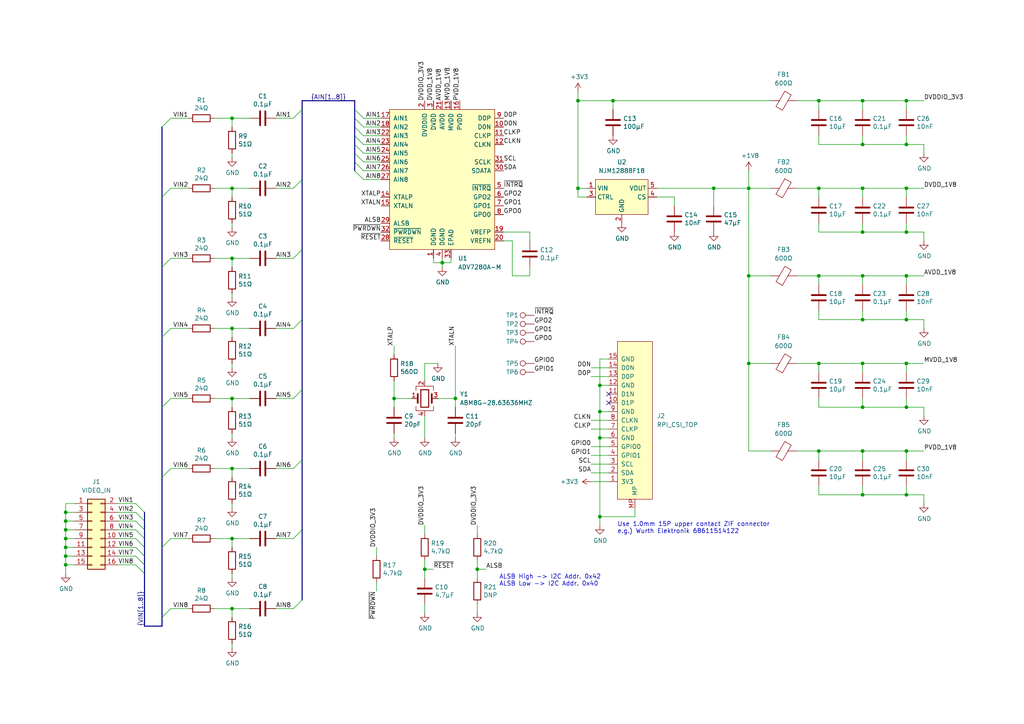
<source format=kicad_sch>
(kicad_sch (version 20211123) (generator eeschema)
  (paper "A4")
  (lib_symbols
    (symbol "ADV7280A-M:ADV7280A-M" (pin_names (offset 1.016))
      (property "Reference" "U" (at -13.97 -21.59 0))
      (property "Value" "ADV7280A-M" (at 11.43 -21.59 0))
      (symbol "ADV7280A-M_1_1"
        (pin passive line (at -2.54 -22.86 90) (length 2.54) (name "DGND") (number "1"))
        (pin passive line (at 17.78 15.24 180) (length 2.54) (name "D0N") (number "10"))
        (pin passive line (at 17.78 12.7 180) (length 2.54) (name "CLKP") (number "11"))
        (pin passive line (at 17.78 10.16 180) (length 2.54) (name "CLKN") (number "12"))
        (pin passive line (at 2.54 22.86 270) (length 2.54) (name "MVDD") (number "13"))
        (pin passive line (at -17.78 -5.08 0) (length 2.54) (name "XTALP") (number "14"))
        (pin passive line (at -17.78 -7.62 0) (length 2.54) (name "XTALN") (number "15"))
        (pin passive line (at 5.08 22.86 270) (length 2.54) (name "PVDD") (number "16"))
        (pin passive line (at -17.78 17.78 0) (length 2.54) (name "AIN1") (number "17"))
        (pin passive line (at -17.78 15.24 0) (length 2.54) (name "AIN2") (number "18"))
        (pin passive line (at 17.78 -15.24 180) (length 2.54) (name "VREFP") (number "19"))
        (pin passive line (at -5.08 22.86 270) (length 2.54) (name "DVDDIO") (number "2"))
        (pin passive line (at 17.78 -17.78 180) (length 2.54) (name "VREFN") (number "20"))
        (pin passive line (at 0 22.86 270) (length 2.54) (name "AVDD") (number "21"))
        (pin passive line (at -17.78 12.7 0) (length 2.54) (name "AIN3") (number "22"))
        (pin passive line (at -17.78 10.16 0) (length 2.54) (name "AIN4") (number "23"))
        (pin passive line (at -17.78 7.62 0) (length 2.54) (name "AIN5") (number "24"))
        (pin passive line (at -17.78 5.08 0) (length 2.54) (name "AIN6") (number "25"))
        (pin passive line (at -17.78 2.54 0) (length 2.54) (name "AIN7") (number "26"))
        (pin passive line (at -17.78 0 0) (length 2.54) (name "AIN8") (number "27"))
        (pin passive line (at -17.78 -17.78 0) (length 2.54) (name "~{RESET}") (number "28"))
        (pin passive line (at -17.78 -12.7 0) (length 2.54) (name "ALSB") (number "29"))
        (pin passive line (at -2.54 22.86 270) (length 2.54) (name "DVDD") (number "3"))
        (pin passive line (at 17.78 2.54 180) (length 2.54) (name "SDATA") (number "30"))
        (pin passive line (at 17.78 5.08 180) (length 2.54) (name "SCLK") (number "31"))
        (pin passive line (at -17.78 -15.24 0) (length 2.54) (name "~{PWRDWN}") (number "32"))
        (pin passive line (at 2.54 -22.86 90) (length 2.54) (name "EPAD") (number "33"))
        (pin passive line (at 0 -22.86 90) (length 2.54) (name "DGND") (number "4"))
        (pin passive line (at 17.78 -2.54 180) (length 2.54) (name "~{INTRQ}") (number "5"))
        (pin passive line (at 17.78 -5.08 180) (length 2.54) (name "GPO2") (number "6"))
        (pin passive line (at 17.78 -7.62 180) (length 2.54) (name "GPO1") (number "7"))
        (pin passive line (at 17.78 -10.16 180) (length 2.54) (name "GPO0") (number "8"))
        (pin passive line (at 17.78 17.78 180) (length 2.54) (name "D0P") (number "9"))
      )
    )
    (symbol "Connector:TestPoint" (pin_numbers hide) (pin_names (offset 0.762) hide)
      (property "Reference" "TP" (at 0 6.858 0))
      (property "Value" "TestPoint" (at 0 5.08 0))
      (symbol "TestPoint_1_1"
        (pin passive line (at 0 0 90) (length 2.54) (name "1") (number "1"))
      )
    )
    (symbol "Connector_Generic:Conn_02x08_Odd_Even" (pin_names (offset 1.016) hide)
      (property "Reference" "J" (at 1.27 10.16 0))
      (property "Value" "Conn_02x08_Odd_Even" (at 1.27 -12.7 0))
      (symbol "Conn_02x08_Odd_Even_1_1"
        (pin passive line (at -5.08 7.62 0) (length 3.81) (name "Pin_1") (number "1"))
        (pin passive line (at 7.62 -2.54 180) (length 3.81) (name "Pin_10") (number "10"))
        (pin passive line (at -5.08 -5.08 0) (length 3.81) (name "Pin_11") (number "11"))
        (pin passive line (at 7.62 -5.08 180) (length 3.81) (name "Pin_12") (number "12"))
        (pin passive line (at -5.08 -7.62 0) (length 3.81) (name "Pin_13") (number "13"))
        (pin passive line (at 7.62 -7.62 180) (length 3.81) (name "Pin_14") (number "14"))
        (pin passive line (at -5.08 -10.16 0) (length 3.81) (name "Pin_15") (number "15"))
        (pin passive line (at 7.62 -10.16 180) (length 3.81) (name "Pin_16") (number "16"))
        (pin passive line (at 7.62 7.62 180) (length 3.81) (name "Pin_2") (number "2"))
        (pin passive line (at -5.08 5.08 0) (length 3.81) (name "Pin_3") (number "3"))
        (pin passive line (at 7.62 5.08 180) (length 3.81) (name "Pin_4") (number "4"))
        (pin passive line (at -5.08 2.54 0) (length 3.81) (name "Pin_5") (number "5"))
        (pin passive line (at 7.62 2.54 180) (length 3.81) (name "Pin_6") (number "6"))
        (pin passive line (at -5.08 0 0) (length 3.81) (name "Pin_7") (number "7"))
        (pin passive line (at 7.62 0 180) (length 3.81) (name "Pin_8") (number "8"))
        (pin passive line (at -5.08 -2.54 0) (length 3.81) (name "Pin_9") (number "9"))
      )
    )
    (symbol "Device:C" (pin_numbers hide) (pin_names (offset 0.254))
      (property "Reference" "C" (at 0.635 2.54 0))
      (property "Value" "C" (at 0.635 -2.54 0))
      (symbol "C_1_1"
        (pin passive line (at 0 3.81 270) (length 2.794) (name "~") (number "1"))
        (pin passive line (at 0 -3.81 90) (length 2.794) (name "~") (number "2"))
      )
    )
    (symbol "Device:Crystal_GND24" (pin_names (offset 1.016) hide)
      (property "Reference" "Y" (at 3.175 5.08 0))
      (property "Value" "Crystal_GND24" (at 3.175 3.175 0))
      (symbol "Crystal_GND24_1_1"
        (pin passive line (at -3.81 0 0) (length 1.27) (name "1") (number "1"))
        (pin passive line (at 0 5.08 270) (length 1.27) (name "2") (number "2"))
        (pin passive line (at 3.81 0 180) (length 1.27) (name "3") (number "3"))
        (pin passive line (at 0 -5.08 90) (length 1.27) (name "4") (number "4"))
      )
    )
    (symbol "Device:FerriteBead" (pin_numbers hide) (pin_names (offset 0))
      (property "Reference" "FB" (at -3.81 0.635 90))
      (property "Value" "FerriteBead" (at 3.81 0 90))
      (symbol "FerriteBead_1_1"
        (pin passive line (at 0 3.81 270) (length 2.54) (name "~") (number "1"))
        (pin passive line (at 0 -3.81 90) (length 2.54) (name "~") (number "2"))
      )
    )
    (symbol "Device:R" (pin_numbers hide) (pin_names (offset 0))
      (property "Reference" "R" (at 2.032 0 90))
      (property "Value" "R" (at 0 0 90))
      (symbol "R_1_1"
        (pin passive line (at 0 3.81 270) (length 1.27) (name "~") (number "1"))
        (pin passive line (at 0 -3.81 90) (length 1.27) (name "~") (number "2"))
      )
    )
    (symbol "NJM12888F18:NJM12888F18"
      (property "Reference" "U" (at 0 8.89 0))
      (property "Value" "NJM12888F18" (at 0 6.35 0))
      (symbol "NJM12888F18_1_1"
        (pin power_in line (at -10.16 2.54 0) (length 2.54) (name "VIN") (number "1"))
        (pin power_in line (at 0 -7.62 90) (length 2.54) (name "GND") (number "2"))
        (pin input line (at -10.16 0 0) (length 2.54) (name "CTRL") (number "3"))
        (pin passive line (at 10.16 0 180) (length 2.54) (name "CS") (number "4"))
        (pin power_out line (at 10.16 2.54 180) (length 2.54) (name "VOUT") (number "5"))
      )
    )
    (symbol "RPI_CSI_CONN:RPI_CSI_TOP" (pin_names (offset 1.016))
      (property "Reference" "J" (at -6.35 26.67 0))
      (property "Value" "RPI_CSI_TOP" (at 0 24.13 0))
      (symbol "RPI_CSI_TOP_1_1"
        (pin passive line (at -7.62 -17.78 0) (length 2.54) (name "3V3") (number "1"))
        (pin passive line (at -7.62 5.08 0) (length 2.54) (name "D1P") (number "10"))
        (pin passive line (at -7.62 7.62 0) (length 2.54) (name "D1N") (number "11"))
        (pin passive line (at -7.62 10.16 0) (length 2.54) (name "GND") (number "12"))
        (pin passive line (at -7.62 12.7 0) (length 2.54) (name "D0P") (number "13"))
        (pin passive line (at -7.62 15.24 0) (length 2.54) (name "D0N") (number "14"))
        (pin passive line (at -7.62 17.78 0) (length 2.54) (name "GND") (number "15"))
        (pin passive line (at -7.62 -15.24 0) (length 2.54) (name "SDA") (number "2"))
        (pin passive line (at -7.62 -12.7 0) (length 2.54) (name "SCL") (number "3"))
        (pin passive line (at -7.62 -10.16 0) (length 2.54) (name "GPIO1") (number "4"))
        (pin passive line (at -7.62 -7.62 0) (length 2.54) (name "GPIO0") (number "5"))
        (pin passive line (at -7.62 -5.08 0) (length 2.54) (name "GND") (number "6"))
        (pin passive line (at -7.62 -2.54 0) (length 2.54) (name "CLKP") (number "7"))
        (pin passive line (at -7.62 0 0) (length 2.54) (name "CLKN") (number "8"))
        (pin passive line (at -7.62 2.54 0) (length 2.54) (name "GND") (number "9"))
        (pin passive line (at 0 -25.4 90) (length 2.54) (name "MP") (number "MP"))
      )
    )
    (symbol "power:+1V8" (power) (pin_names (offset 0))
      (property "Value" "+1V8" (at 0 3.556 0))
      (symbol "+1V8_1_1"
        (pin power_in line (at 0 0 90) (length 0) hide (name "+1V8") (number "1"))
      )
    )
    (symbol "power:+3V3" (power) (pin_names (offset 0))
      (property "Value" "+3V3" (at 0 3.556 0))
      (symbol "+3V3_1_1"
        (pin power_in line (at 0 0 90) (length 0) hide (name "+3V3") (number "1"))
      )
    )
    (symbol "power:GND" (power) (pin_names (offset 0))
      (property "Value" "GND" (at 0 -3.81 0))
      (symbol "GND_1_1"
        (pin power_in line (at 0 0 270) (length 0) hide (name "GND") (number "1"))
      )
    )
    (symbol "power:PWR_FLAG" (power) (pin_numbers hide) (pin_names (offset 0) hide)
      (property "Value" "PWR_FLAG" (at 0 3.81 0))
      (symbol "PWR_FLAG_0_0"
        (pin power_out line (at 0 0 90) (length 0) (name "pwr") (number "1"))
      )
    )
  )
  (junction (at 262.89 118.11))
  (junction (at 250.19 92.71))
  (junction (at 67.31 54.61))
  (junction (at 262.89 41.91))
  (junction (at 67.31 115.57))
  (junction (at 250.19 80.01))
  (junction (at 262.89 105.41))
  (junction (at 262.89 67.31))
  (junction (at 217.17 105.41))
  (junction (at 173.99 119.38))
  (junction (at 237.49 29.21))
  (junction (at 132.08 115.57))
  (junction (at 237.49 80.01))
  (junction (at 250.19 54.61))
  (junction (at 250.19 67.31))
  (junction (at 19.05 148.59))
  (junction (at 250.19 118.11))
  (junction (at 19.05 156.21))
  (junction (at 167.64 54.61))
  (junction (at 114.3 115.57))
  (junction (at 250.19 105.41))
  (junction (at 262.89 29.21))
  (junction (at 67.31 34.29))
  (junction (at 250.19 41.91))
  (junction (at 177.8 29.21))
  (junction (at 262.89 143.51))
  (junction (at 217.17 54.61))
  (junction (at 250.19 143.51))
  (junction (at 173.99 111.76))
  (junction (at 262.89 92.71))
  (junction (at 67.31 176.53))
  (junction (at 237.49 130.81))
  (junction (at 19.05 153.67))
  (junction (at 19.05 161.29))
  (junction (at 19.05 151.13))
  (junction (at 67.31 74.93))
  (junction (at 250.19 29.21))
  (junction (at 19.05 158.75))
  (junction (at 19.05 163.83))
  (junction (at 173.99 127))
  (junction (at 167.64 29.21))
  (junction (at 67.31 135.89))
  (junction (at 217.17 80.01))
  (junction (at 173.99 149.86))
  (junction (at 250.19 130.81))
  (junction (at 237.49 54.61))
  (junction (at 262.89 80.01))
  (junction (at 262.89 130.81))
  (junction (at 237.49 105.41))
  (junction (at 128.27 76.2))
  (junction (at 207.01 54.61))
  (junction (at 262.89 54.61))
  (junction (at 123.19 165.1))
  (junction (at 67.31 95.25))
  (junction (at 67.31 156.21))
  (junction (at 138.43 165.1))
  (no_connect (at 176.53 114.3))
  (no_connect (at 176.53 116.84))
  (bus_entry (at 85.09 135.89) (size 2.54 -2.54))
  (bus_entry (at 85.09 156.21) (size 2.54 -2.54))
  (bus_entry (at 85.09 74.93) (size 2.54 -2.54))
  (bus_entry (at 49.53 74.93) (size -2.54 2.54))
  (bus_entry (at 85.09 176.53) (size 2.54 -2.54))
  (bus_entry (at 49.53 95.25) (size -2.54 2.54))
  (bus_entry (at 49.53 176.53) (size -2.54 2.54))
  (bus_entry (at 85.09 115.57) (size 2.54 -2.54))
  (bus_entry (at 49.53 115.57) (size -2.54 2.54))
  (bus_entry (at 85.09 95.25) (size 2.54 -2.54))
  (bus_entry (at 49.53 135.89) (size -2.54 2.54))
  (bus_entry (at 39.37 163.83) (size 2.54 2.54))
  (bus_entry (at 39.37 158.75) (size 2.54 2.54))
  (bus_entry (at 39.37 161.29) (size 2.54 2.54))
  (bus_entry (at 39.37 156.21) (size 2.54 2.54))
  (bus_entry (at 39.37 153.67) (size 2.54 2.54))
  (bus_entry (at 39.37 148.59) (size 2.54 2.54))
  (bus_entry (at 39.37 151.13) (size 2.54 2.54))
  (bus_entry (at 39.37 146.05) (size 2.54 2.54))
  (bus_entry (at 85.09 54.61) (size 2.54 -2.54))
  (bus_entry (at 49.53 54.61) (size -2.54 2.54))
  (bus_entry (at 49.53 34.29) (size -2.54 2.54))
  (bus_entry (at 85.09 34.29) (size 2.54 -2.54))
  (bus_entry (at 49.53 156.21) (size -2.54 2.54))
  (bus_entry (at 102.87 39.37) (size 2.54 2.54))
  (bus_entry (at 102.87 36.83) (size 2.54 2.54))
  (bus_entry (at 102.87 34.29) (size 2.54 2.54))
  (bus_entry (at 102.87 31.75) (size 2.54 2.54))
  (bus_entry (at 102.87 46.99) (size 2.54 2.54))
  (bus_entry (at 102.87 41.91) (size 2.54 2.54))
  (bus_entry (at 102.87 44.45) (size 2.54 2.54))
  (bus_entry (at 102.87 49.53) (size 2.54 2.54))
  (wire (pts (xy 123.19 165.1) (xy 125.73 165.1)))
  (bus (pts (xy 87.63 29.21) (xy 87.63 31.75)))
  (wire (pts (xy 237.49 39.37) (xy 237.49 41.91)))
  (wire (pts (xy 21.59 146.05) (xy 19.05 146.05)))
  (wire (pts (xy 167.64 26.67) (xy 167.64 29.21)))
  (wire (pts (xy 250.19 130.81) (xy 250.19 133.35)))
  (wire (pts (xy 170.18 57.15) (xy 167.64 57.15)))
  (wire (pts (xy 250.19 67.31) (xy 262.89 67.31)))
  (wire (pts (xy 267.97 54.61) (xy 262.89 54.61)))
  (wire (pts (xy 250.19 39.37) (xy 250.19 41.91)))
  (wire (pts (xy 105.41 34.29) (xy 110.49 34.29)))
  (wire (pts (xy 19.05 146.05) (xy 19.05 148.59)))
  (wire (pts (xy 177.8 29.21) (xy 223.52 29.21)))
  (wire (pts (xy 114.3 125.73) (xy 114.3 127)))
  (wire (pts (xy 217.17 49.53) (xy 217.17 54.61)))
  (wire (pts (xy 67.31 54.61) (xy 72.39 54.61)))
  (wire (pts (xy 262.89 54.61) (xy 262.89 57.15)))
  (wire (pts (xy 217.17 80.01) (xy 223.52 80.01)))
  (wire (pts (xy 231.14 80.01) (xy 237.49 80.01)))
  (wire (pts (xy 62.23 74.93) (xy 67.31 74.93)))
  (wire (pts (xy 262.89 92.71) (xy 267.97 92.71)))
  (wire (pts (xy 105.41 52.07) (xy 110.49 52.07)))
  (wire (pts (xy 176.53 127) (xy 173.99 127)))
  (wire (pts (xy 262.89 29.21) (xy 262.89 31.75)))
  (wire (pts (xy 190.5 57.15) (xy 195.58 57.15)))
  (wire (pts (xy 67.31 85.09) (xy 67.31 86.36)))
  (wire (pts (xy 250.19 54.61) (xy 250.19 57.15)))
  (wire (pts (xy 123.19 105.41) (xy 123.19 110.49)))
  (wire (pts (xy 171.45 121.92) (xy 176.53 121.92)))
  (wire (pts (xy 19.05 161.29) (xy 19.05 163.83)))
  (wire (pts (xy 262.89 105.41) (xy 262.89 107.95)))
  (wire (pts (xy 67.31 44.45) (xy 67.31 45.72)))
  (wire (pts (xy 34.29 151.13) (xy 39.37 151.13)))
  (wire (pts (xy 262.89 41.91) (xy 267.97 41.91)))
  (wire (pts (xy 67.31 34.29) (xy 72.39 34.29)))
  (wire (pts (xy 80.01 74.93) (xy 85.09 74.93)))
  (wire (pts (xy 67.31 135.89) (xy 72.39 135.89)))
  (wire (pts (xy 67.31 176.53) (xy 72.39 176.53)))
  (wire (pts (xy 138.43 162.56) (xy 138.43 165.1)))
  (bus (pts (xy 87.63 92.71) (xy 87.63 113.03)))
  (bus (pts (xy 41.91 161.29) (xy 41.91 163.83)))
  (wire (pts (xy 217.17 54.61) (xy 223.52 54.61)))
  (bus (pts (xy 41.91 166.37) (xy 41.91 181.61)))
  (wire (pts (xy 138.43 152.4) (xy 138.43 154.94)))
  (wire (pts (xy 237.49 90.17) (xy 237.49 92.71)))
  (wire (pts (xy 123.19 162.56) (xy 123.19 165.1)))
  (wire (pts (xy 217.17 80.01) (xy 217.17 105.41)))
  (wire (pts (xy 250.19 130.81) (xy 237.49 130.81)))
  (bus (pts (xy 41.91 156.21) (xy 41.91 158.75)))
  (wire (pts (xy 237.49 67.31) (xy 250.19 67.31)))
  (wire (pts (xy 267.97 130.81) (xy 262.89 130.81)))
  (wire (pts (xy 67.31 64.77) (xy 67.31 66.04)))
  (wire (pts (xy 237.49 115.57) (xy 237.49 118.11)))
  (wire (pts (xy 171.45 129.54) (xy 176.53 129.54)))
  (wire (pts (xy 105.41 39.37) (xy 110.49 39.37)))
  (wire (pts (xy 67.31 156.21) (xy 72.39 156.21)))
  (wire (pts (xy 80.01 54.61) (xy 85.09 54.61)))
  (wire (pts (xy 123.19 120.65) (xy 123.19 127)))
  (wire (pts (xy 132.08 115.57) (xy 132.08 118.11)))
  (bus (pts (xy 102.87 44.45) (xy 102.87 41.91)))
  (wire (pts (xy 19.05 148.59) (xy 19.05 151.13)))
  (wire (pts (xy 123.19 175.26) (xy 123.19 177.8)))
  (wire (pts (xy 237.49 118.11) (xy 250.19 118.11)))
  (wire (pts (xy 67.31 158.75) (xy 67.31 156.21)))
  (wire (pts (xy 146.05 69.85) (xy 148.59 69.85)))
  (bus (pts (xy 87.63 72.39) (xy 87.63 92.71)))
  (wire (pts (xy 237.49 105.41) (xy 237.49 107.95)))
  (wire (pts (xy 267.97 105.41) (xy 262.89 105.41)))
  (wire (pts (xy 173.99 149.86) (xy 173.99 152.4)))
  (wire (pts (xy 262.89 118.11) (xy 267.97 118.11)))
  (wire (pts (xy 250.19 143.51) (xy 262.89 143.51)))
  (bus (pts (xy 102.87 39.37) (xy 102.87 36.83)))
  (wire (pts (xy 62.23 34.29) (xy 67.31 34.29)))
  (wire (pts (xy 184.15 149.86) (xy 184.15 147.32)))
  (wire (pts (xy 237.49 64.77) (xy 237.49 67.31)))
  (wire (pts (xy 114.3 115.57) (xy 114.3 118.11)))
  (wire (pts (xy 105.41 41.91) (xy 110.49 41.91)))
  (wire (pts (xy 109.22 171.45) (xy 109.22 168.91)))
  (wire (pts (xy 207.01 54.61) (xy 207.01 59.69)))
  (wire (pts (xy 167.64 29.21) (xy 177.8 29.21)))
  (wire (pts (xy 105.41 36.83) (xy 110.49 36.83)))
  (wire (pts (xy 262.89 67.31) (xy 267.97 67.31)))
  (wire (pts (xy 262.89 130.81) (xy 250.19 130.81)))
  (wire (pts (xy 148.59 80.01) (xy 153.67 80.01)))
  (wire (pts (xy 262.89 143.51) (xy 267.97 143.51)))
  (wire (pts (xy 80.01 34.29) (xy 85.09 34.29)))
  (wire (pts (xy 67.31 57.15) (xy 67.31 54.61)))
  (wire (pts (xy 171.45 132.08) (xy 176.53 132.08)))
  (wire (pts (xy 132.08 125.73) (xy 132.08 127)))
  (wire (pts (xy 262.89 140.97) (xy 262.89 143.51)))
  (wire (pts (xy 125.73 74.93) (xy 125.73 76.2)))
  (wire (pts (xy 267.97 143.51) (xy 267.97 146.05)))
  (wire (pts (xy 217.17 105.41) (xy 217.17 130.81)))
  (wire (pts (xy 250.19 115.57) (xy 250.19 118.11)))
  (wire (pts (xy 262.89 39.37) (xy 262.89 41.91)))
  (wire (pts (xy 171.45 106.68) (xy 176.53 106.68)))
  (wire (pts (xy 67.31 77.47) (xy 67.31 74.93)))
  (wire (pts (xy 173.99 127) (xy 173.99 149.86)))
  (wire (pts (xy 262.89 115.57) (xy 262.89 118.11)))
  (wire (pts (xy 49.53 156.21) (xy 54.61 156.21)))
  (wire (pts (xy 34.29 148.59) (xy 39.37 148.59)))
  (wire (pts (xy 67.31 36.83) (xy 67.31 34.29)))
  (wire (pts (xy 19.05 153.67) (xy 19.05 156.21)))
  (wire (pts (xy 49.53 74.93) (xy 54.61 74.93)))
  (wire (pts (xy 267.97 118.11) (xy 267.97 120.65)))
  (wire (pts (xy 62.23 176.53) (xy 67.31 176.53)))
  (wire (pts (xy 67.31 146.05) (xy 67.31 147.32)))
  (bus (pts (xy 87.63 31.75) (xy 87.63 52.07)))
  (wire (pts (xy 138.43 165.1) (xy 138.43 167.64)))
  (bus (pts (xy 102.87 41.91) (xy 102.87 39.37)))
  (wire (pts (xy 250.19 90.17) (xy 250.19 92.71)))
  (wire (pts (xy 67.31 74.93) (xy 72.39 74.93)))
  (wire (pts (xy 176.53 119.38) (xy 173.99 119.38)))
  (wire (pts (xy 67.31 115.57) (xy 72.39 115.57)))
  (wire (pts (xy 176.53 104.14) (xy 173.99 104.14)))
  (wire (pts (xy 49.53 176.53) (xy 54.61 176.53)))
  (wire (pts (xy 173.99 111.76) (xy 173.99 119.38)))
  (wire (pts (xy 62.23 135.89) (xy 67.31 135.89)))
  (bus (pts (xy 41.91 153.67) (xy 41.91 156.21)))
  (wire (pts (xy 49.53 135.89) (xy 54.61 135.89)))
  (wire (pts (xy 127 105.41) (xy 123.19 105.41)))
  (wire (pts (xy 80.01 156.21) (xy 85.09 156.21)))
  (wire (pts (xy 250.19 29.21) (xy 237.49 29.21)))
  (wire (pts (xy 237.49 80.01) (xy 237.49 82.55)))
  (wire (pts (xy 49.53 54.61) (xy 54.61 54.61)))
  (bus (pts (xy 46.99 158.75) (xy 46.99 179.07)))
  (wire (pts (xy 207.01 54.61) (xy 217.17 54.61)))
  (wire (pts (xy 34.29 146.05) (xy 39.37 146.05)))
  (wire (pts (xy 231.14 130.81) (xy 237.49 130.81)))
  (wire (pts (xy 80.01 115.57) (xy 85.09 115.57)))
  (wire (pts (xy 62.23 156.21) (xy 67.31 156.21)))
  (wire (pts (xy 21.59 161.29) (xy 19.05 161.29)))
  (wire (pts (xy 262.89 64.77) (xy 262.89 67.31)))
  (wire (pts (xy 67.31 179.07) (xy 67.31 176.53)))
  (bus (pts (xy 102.87 49.53) (xy 102.87 46.99)))
  (wire (pts (xy 250.19 29.21) (xy 250.19 31.75)))
  (wire (pts (xy 250.19 92.71) (xy 262.89 92.71)))
  (bus (pts (xy 87.63 52.07) (xy 87.63 72.39)))
  (wire (pts (xy 171.45 137.16) (xy 176.53 137.16)))
  (wire (pts (xy 237.49 92.71) (xy 250.19 92.71)))
  (wire (pts (xy 19.05 158.75) (xy 19.05 161.29)))
  (wire (pts (xy 262.89 105.41) (xy 250.19 105.41)))
  (wire (pts (xy 62.23 54.61) (xy 67.31 54.61)))
  (wire (pts (xy 262.89 80.01) (xy 250.19 80.01)))
  (wire (pts (xy 237.49 143.51) (xy 250.19 143.51)))
  (wire (pts (xy 250.19 140.97) (xy 250.19 143.51)))
  (wire (pts (xy 67.31 125.73) (xy 67.31 127)))
  (wire (pts (xy 128.27 76.2) (xy 128.27 77.47)))
  (wire (pts (xy 176.53 111.76) (xy 173.99 111.76)))
  (wire (pts (xy 123.19 165.1) (xy 123.19 167.64)))
  (wire (pts (xy 237.49 54.61) (xy 237.49 57.15)))
  (wire (pts (xy 21.59 156.21) (xy 19.05 156.21)))
  (wire (pts (xy 184.15 149.86) (xy 173.99 149.86)))
  (bus (pts (xy 46.99 36.83) (xy 46.99 57.15)))
  (wire (pts (xy 132.08 100.33) (xy 132.08 115.57)))
  (wire (pts (xy 67.31 95.25) (xy 72.39 95.25)))
  (wire (pts (xy 267.97 67.31) (xy 267.97 69.85)))
  (bus (pts (xy 46.99 179.07) (xy 46.99 181.61)))
  (wire (pts (xy 262.89 90.17) (xy 262.89 92.71)))
  (wire (pts (xy 267.97 80.01) (xy 262.89 80.01)))
  (wire (pts (xy 153.67 69.85) (xy 153.67 67.31)))
  (wire (pts (xy 176.53 139.7) (xy 171.45 139.7)))
  (wire (pts (xy 49.53 95.25) (xy 54.61 95.25)))
  (bus (pts (xy 46.99 77.47) (xy 46.99 97.79)))
  (wire (pts (xy 262.89 29.21) (xy 250.19 29.21)))
  (bus (pts (xy 41.91 163.83) (xy 41.91 166.37)))
  (wire (pts (xy 237.49 41.91) (xy 250.19 41.91)))
  (wire (pts (xy 49.53 34.29) (xy 54.61 34.29)))
  (wire (pts (xy 34.29 163.83) (xy 39.37 163.83)))
  (wire (pts (xy 138.43 165.1) (xy 140.97 165.1)))
  (wire (pts (xy 128.27 76.2) (xy 130.81 76.2)))
  (wire (pts (xy 237.49 130.81) (xy 237.49 133.35)))
  (wire (pts (xy 173.99 119.38) (xy 173.99 127)))
  (wire (pts (xy 80.01 135.89) (xy 85.09 135.89)))
  (bus (pts (xy 102.87 29.21) (xy 102.87 31.75)))
  (wire (pts (xy 231.14 54.61) (xy 237.49 54.61)))
  (wire (pts (xy 217.17 130.81) (xy 223.52 130.81)))
  (wire (pts (xy 148.59 69.85) (xy 148.59 80.01)))
  (wire (pts (xy 262.89 54.61) (xy 250.19 54.61)))
  (bus (pts (xy 46.99 138.43) (xy 46.99 158.75)))
  (wire (pts (xy 250.19 41.91) (xy 262.89 41.91)))
  (bus (pts (xy 46.99 118.11) (xy 46.99 138.43)))
  (wire (pts (xy 67.31 105.41) (xy 67.31 106.68)))
  (wire (pts (xy 167.64 29.21) (xy 167.64 54.61)))
  (bus (pts (xy 102.87 36.83) (xy 102.87 34.29)))
  (wire (pts (xy 171.45 134.62) (xy 176.53 134.62)))
  (wire (pts (xy 237.49 140.97) (xy 237.49 143.51)))
  (wire (pts (xy 173.99 104.14) (xy 173.99 111.76)))
  (wire (pts (xy 67.31 166.37) (xy 67.31 167.64)))
  (wire (pts (xy 177.8 29.21) (xy 177.8 31.75)))
  (wire (pts (xy 67.31 138.43) (xy 67.31 135.89)))
  (wire (pts (xy 114.3 100.33) (xy 114.3 102.87)))
  (wire (pts (xy 250.19 54.61) (xy 237.49 54.61)))
  (bus (pts (xy 102.87 34.29) (xy 102.87 31.75)))
  (wire (pts (xy 138.43 175.26) (xy 138.43 177.8)))
  (wire (pts (xy 19.05 163.83) (xy 19.05 166.37)))
  (wire (pts (xy 217.17 105.41) (xy 223.52 105.41)))
  (bus (pts (xy 41.91 181.61) (xy 46.99 181.61)))
  (wire (pts (xy 250.19 80.01) (xy 237.49 80.01)))
  (wire (pts (xy 153.67 80.01) (xy 153.67 77.47)))
  (bus (pts (xy 41.91 148.59) (xy 41.91 151.13)))
  (wire (pts (xy 128.27 74.93) (xy 128.27 76.2)))
  (wire (pts (xy 34.29 156.21) (xy 39.37 156.21)))
  (wire (pts (xy 250.19 105.41) (xy 250.19 107.95)))
  (bus (pts (xy 87.63 113.03) (xy 87.63 133.35)))
  (wire (pts (xy 125.73 76.2) (xy 128.27 76.2)))
  (wire (pts (xy 62.23 95.25) (xy 67.31 95.25)))
  (wire (pts (xy 250.19 80.01) (xy 250.19 82.55)))
  (wire (pts (xy 167.64 57.15) (xy 167.64 54.61)))
  (bus (pts (xy 87.63 29.21) (xy 102.87 29.21)))
  (wire (pts (xy 250.19 105.41) (xy 237.49 105.41)))
  (wire (pts (xy 250.19 118.11) (xy 262.89 118.11)))
  (wire (pts (xy 250.19 64.77) (xy 250.19 67.31)))
  (wire (pts (xy 19.05 151.13) (xy 19.05 153.67)))
  (wire (pts (xy 21.59 158.75) (xy 19.05 158.75)))
  (wire (pts (xy 105.41 44.45) (xy 110.49 44.45)))
  (wire (pts (xy 267.97 29.21) (xy 262.89 29.21)))
  (wire (pts (xy 127 115.57) (xy 132.08 115.57)))
  (wire (pts (xy 80.01 176.53) (xy 85.09 176.53)))
  (wire (pts (xy 262.89 80.01) (xy 262.89 82.55)))
  (wire (pts (xy 80.01 95.25) (xy 85.09 95.25)))
  (wire (pts (xy 67.31 186.69) (xy 67.31 187.96)))
  (wire (pts (xy 62.23 115.57) (xy 67.31 115.57)))
  (bus (pts (xy 46.99 97.79) (xy 46.99 118.11)))
  (wire (pts (xy 67.31 97.79) (xy 67.31 95.25)))
  (wire (pts (xy 190.5 54.61) (xy 207.01 54.61)))
  (wire (pts (xy 262.89 130.81) (xy 262.89 133.35)))
  (wire (pts (xy 49.53 115.57) (xy 54.61 115.57)))
  (wire (pts (xy 171.45 109.22) (xy 176.53 109.22)))
  (wire (pts (xy 114.3 115.57) (xy 119.38 115.57)))
  (wire (pts (xy 123.19 152.4) (xy 123.19 154.94)))
  (wire (pts (xy 167.64 54.61) (xy 170.18 54.61)))
  (wire (pts (xy 231.14 105.41) (xy 237.49 105.41)))
  (wire (pts (xy 34.29 158.75) (xy 39.37 158.75)))
  (wire (pts (xy 67.31 118.11) (xy 67.31 115.57)))
  (bus (pts (xy 102.87 46.99) (xy 102.87 44.45)))
  (bus (pts (xy 87.63 133.35) (xy 87.63 153.67)))
  (wire (pts (xy 105.41 46.99) (xy 110.49 46.99)))
  (bus (pts (xy 41.91 151.13) (xy 41.91 153.67)))
  (wire (pts (xy 237.49 29.21) (xy 237.49 31.75)))
  (wire (pts (xy 267.97 41.91) (xy 267.97 44.45)))
  (wire (pts (xy 130.81 76.2) (xy 130.81 74.93)))
  (wire (pts (xy 109.22 158.75) (xy 109.22 161.29)))
  (wire (pts (xy 171.45 124.46) (xy 176.53 124.46)))
  (wire (pts (xy 267.97 92.71) (xy 267.97 95.25)))
  (wire (pts (xy 34.29 153.67) (xy 39.37 153.67)))
  (wire (pts (xy 231.14 29.21) (xy 237.49 29.21)))
  (wire (pts (xy 19.05 156.21) (xy 19.05 158.75)))
  (wire (pts (xy 21.59 163.83) (xy 19.05 163.83)))
  (bus (pts (xy 46.99 57.15) (xy 46.99 77.47)))
  (bus (pts (xy 41.91 158.75) (xy 41.91 161.29)))
  (wire (pts (xy 114.3 110.49) (xy 114.3 115.57)))
  (wire (pts (xy 21.59 153.67) (xy 19.05 153.67)))
  (wire (pts (xy 21.59 151.13) (xy 19.05 151.13)))
  (wire (pts (xy 153.67 67.31) (xy 146.05 67.31)))
  (wire (pts (xy 105.41 49.53) (xy 110.49 49.53)))
  (bus (pts (xy 87.63 153.67) (xy 87.63 173.99)))
  (wire (pts (xy 34.29 161.29) (xy 39.37 161.29)))
  (wire (pts (xy 195.58 57.15) (xy 195.58 59.69)))
  (wire (pts (xy 217.17 54.61) (xy 217.17 80.01)))
  (wire (pts (xy 21.59 148.59) (xy 19.05 148.59)))
  (text "Use 1.0mm 15P upper contact ZIF connector\ne.g.) Wurth Elektronik 68611514122" (at 179.07 154.94 0) (effects (font (size 1.27 1.27)) (justify left bottom)))
  (text "ALSB High -> I2C Addr. 0x42\nALSB Low -> I2C Addr. 0x40" (at 144.78 170.18 0) (effects (font (size 1.27 1.27)) (justify left bottom)))
  (label "VIN2" (at 34.29 148.59 0))
  (label "AIN3" (at 110.49 39.37 180))
  (label "SDA" (at 146.05 49.53 0))
  (label "AIN5" (at 110.49 44.45 180))
  (label "ALSB" (at 140.97 165.1 0))
  (label "~{RESET}" (at 125.73 165.1 0))
  (label "GPIO1" (at 154.94 107.95 0))
  (label "AIN1" (at 110.49 34.29 180))
  (label "AVDD_1V8" (at 128.27 29.21 90))
  (label "D0N" (at 146.05 36.83 0))
  (label "SCL" (at 171.45 134.62 180))
  (label "VIN1" (at 54.61 34.29 180))
  (label "DVDD_1V8" (at 267.97 54.61 0))
  (label "ALSB" (at 110.49 64.77 180))
  (label "CLKP" (at 146.05 39.37 0))
  (label "VIN4" (at 54.61 95.25 180))
  (label "DVDDIO_3V3" (at 123.19 29.21 90))
  (label "GPO0" (at 146.05 62.23 0))
  (label "VIN6" (at 34.29 158.75 0))
  (label "VIN5" (at 54.61 115.57 180))
  (label "~{INTRQ}" (at 154.94 91.44 0))
  (label "CLKN" (at 146.05 41.91 0))
  (label "AIN2" (at 80.01 54.61 0))
  (label "GPO2" (at 146.05 57.15 0))
  (label "AVDD_1V8" (at 267.97 80.01 0))
  (label "DVDDIO_3V3" (at 138.43 152.4 90))
  (label "GPIO1" (at 171.45 132.08 180))
  (label "DVDDIO_3V3" (at 109.22 158.75 90))
  (label "VIN8" (at 34.29 163.83 0))
  (label "VIN6" (at 54.61 135.89 180))
  (label "MVDD_1V8" (at 267.97 105.41 0))
  (label "CLKN" (at 171.45 121.92 180))
  (label "~{RESET}" (at 110.49 69.85 180))
  (label "VIN3" (at 54.61 74.93 180))
  (label "~{PWRDWN}" (at 110.49 67.31 180))
  (label "GPIO0" (at 154.94 105.41 0))
  (label "VIN3" (at 34.29 151.13 0))
  (label "AIN3" (at 80.01 74.93 0))
  (label "GPO0" (at 154.94 99.06 0))
  (label "AIN2" (at 110.49 36.83 180))
  (label "VIN2" (at 54.61 54.61 180))
  (label "VIN8" (at 54.61 176.53 180))
  (label "SCL" (at 146.05 46.99 0))
  (label "AIN7" (at 80.01 156.21 0))
  (label "VIN5" (at 34.29 156.21 0))
  (label "VIN7" (at 34.29 161.29 0))
  (label "XTALN" (at 132.08 100.33 90))
  (label "AIN4" (at 110.49 41.91 180))
  (label "VIN4" (at 34.29 153.67 0))
  (label "AIN1" (at 80.01 34.29 0))
  (label "DVDDIO_3V3" (at 267.97 29.21 0))
  (label "CLKP" (at 171.45 124.46 180))
  (label "DVDDIO_3V3" (at 123.19 152.4 90))
  (label "XTALN" (at 110.49 59.69 180))
  (label "AIN4" (at 80.01 95.25 0))
  (label "PVDD_1V8" (at 267.97 130.81 0))
  (label "AIN6" (at 110.49 46.99 180))
  (label "AIN7" (at 110.49 49.53 180))
  (label "SDA" (at 171.45 137.16 180))
  (label "D0P" (at 146.05 34.29 0))
  (label "~{PWRDWN}" (at 109.22 171.45 270))
  (label "DVDD_1V8" (at 125.73 29.21 90))
  (label "MVDD_1V8" (at 130.81 29.21 90))
  (label "{VIN[1..8]}" (at 41.91 181.61 90))
  (label "VIN7" (at 54.61 156.21 180))
  (label "AIN8" (at 110.49 52.07 180))
  (label "XTALP" (at 114.3 100.33 90))
  (label "GPO1" (at 154.94 96.52 0))
  (label "GPO1" (at 146.05 59.69 0))
  (label "VIN1" (at 34.29 146.05 0))
  (label "AIN8" (at 80.01 176.53 0))
  (label "{AIN[1..8]}" (at 90.17 29.21 0))
  (label "D0N" (at 171.45 106.68 180))
  (label "PVDD_1V8" (at 133.35 29.21 90))
  (label "XTALP" (at 110.49 57.15 180))
  (label "~{INTRQ}" (at 146.05 54.61 0))
  (label "AIN5" (at 80.01 115.57 0))
  (label "GPIO0" (at 171.45 129.54 180))
  (label "GPO2" (at 154.94 93.98 0))
  (label "D0P" (at 171.45 109.22 180))
  (label "AIN6" (at 80.01 135.89 0))
  (symbol (lib_id "Device:Crystal_GND24") (at 123.19 115.57 0) (unit 1)
    (property "Reference" "Y1" (at 133.35 114.3 0) (effects (justify left)))
    (property "Value" "ABM8G-28.63636MHZ" (at 133.35 116.84 0) (effects (justify left)))
    (property "Footprint" "Crystal:Crystal_SMD_3225-4Pin_3.2x2.5mm" (effects hide))
  )
  (symbol (lib_id "Device:R") (at 138.43 158.75 180) (unit 1)
    (property "Reference" "R20" (at 140.208 157.5816 0) (effects (justify right)))
    (property "Value" "4.7kΩ" (at 140.208 159.893 0) (effects (justify right)))
    (property "Footprint" "Resistor_SMD:R_0402_1005Metric" (effects hide))
  )
  (symbol (lib_id "Device:R") (at 138.43 171.45 180) (unit 1)
    (property "Reference" "R21" (at 140.208 170.2816 0) (effects (justify right)))
    (property "Value" "DNP" (at 140.208 172.593 0) (effects (justify right)))
    (property "Footprint" "Resistor_SMD:R_0402_1005Metric" (effects hide))
  )
  (symbol (lib_id "power:GND") (at 138.43 177.8 0) (unit 1)
    (property "Reference" "#PWR016" (effects hide))
    (property "Value" "GND" (at 138.557 182.1942 0))
  )
  (symbol (lib_id "Device:R") (at 109.22 165.1 180) (unit 1)
    (property "Reference" "R17" (at 110.998 163.9316 0) (effects (justify right)))
    (property "Value" "4.7kΩ" (at 110.998 166.243 0) (effects (justify right)))
    (property "Footprint" "Resistor_SMD:R_0402_1005Metric" (effects hide))
  )
  (symbol (lib_id "Device:R") (at 123.19 158.75 180) (unit 1)
    (property "Reference" "R19" (at 124.968 157.5816 0) (effects (justify right)))
    (property "Value" "4.7kΩ" (at 124.968 159.893 0) (effects (justify right)))
    (property "Footprint" "Resistor_SMD:R_0402_1005Metric" (effects hide))
  )
  (symbol (lib_id "power:GND") (at 173.99 152.4 0) (unit 1)
    (property "Reference" "#PWR019" (effects hide))
    (property "Value" "GND" (at 174.117 156.7942 0))
  )
  (symbol (lib_id "Device:C") (at 123.19 171.45 0) (unit 1)
    (property "Reference" "C10" (at 126.111 170.2816 0) (effects (justify left)))
    (property "Value" "4.7μF" (at 126.111 172.593 0) (effects (justify left)))
    (property "Footprint" "Capacitor_SMD:C_0402_1005Metric" (effects hide))
  )
  (symbol (lib_id "power:GND") (at 123.19 177.8 0) (unit 1)
    (property "Reference" "#PWR012" (effects hide))
    (property "Value" "GND" (at 123.317 182.1942 0))
  )
  (symbol (lib_id "power:GND") (at 128.27 77.47 0) (unit 1)
    (property "Reference" "#PWR014" (effects hide))
    (property "Value" "GND" (at 128.397 81.8642 0))
  )
  (symbol (lib_id "power:+3V3") (at 171.45 139.7 90) (unit 1)
    (property "Reference" "#PWR018" (effects hide))
    (property "Value" "+3V3" (at 165.1 139.7 90))
  )
  (symbol (lib_id "Device:C") (at 76.2 34.29 270) (unit 1)
    (property "Reference" "C1" (at 76.2 27.8892 90))
    (property "Value" "0.1μF" (at 76.2 30.2006 90))
    (property "Footprint" "Capacitor_SMD:C_0402_1005Metric" (effects hide))
  )
  (symbol (lib_id "Device:R") (at 58.42 34.29 270) (unit 1)
    (property "Reference" "R1" (at 58.42 29.0322 90))
    (property "Value" "24Ω" (at 58.42 31.3436 90))
    (property "Footprint" "Resistor_SMD:R_0402_1005Metric" (effects hide))
  )
  (symbol (lib_id "Device:R") (at 67.31 40.64 180) (unit 1)
    (property "Reference" "R9" (at 69.088 39.4716 0) (effects (justify right)))
    (property "Value" "51Ω" (at 69.088 41.783 0) (effects (justify right)))
    (property "Footprint" "Resistor_SMD:R_0402_1005Metric" (effects hide))
  )
  (symbol (lib_id "Device:C") (at 250.19 35.56 0) (unit 1)
    (property "Reference" "C21" (at 253.111 34.3916 0) (effects (justify left)))
    (property "Value" "0.1μF" (at 253.111 36.703 0) (effects (justify left)))
    (property "Footprint" "Capacitor_SMD:C_0402_1005Metric" (effects hide))
  )
  (symbol (lib_id "Device:C") (at 262.89 35.56 0) (unit 1)
    (property "Reference" "C26" (at 265.811 34.3916 0) (effects (justify left)))
    (property "Value" "10nF" (at 265.811 36.703 0) (effects (justify left)))
    (property "Footprint" "Capacitor_SMD:C_0402_1005Metric" (effects hide))
  )
  (symbol (lib_id "power:GND") (at 267.97 44.45 0) (unit 1)
    (property "Reference" "#PWR025" (effects hide))
    (property "Value" "GND" (at 268.097 48.8442 0))
  )
  (symbol (lib_id "Device:C") (at 237.49 35.56 0) (unit 1)
    (property "Reference" "C16" (at 240.411 34.3916 0) (effects (justify left)))
    (property "Value" "10μF" (at 240.411 36.703 0) (effects (justify left)))
    (property "Footprint" "Capacitor_SMD:C_0402_1005Metric" (effects hide))
  )
  (symbol (lib_id "Device:C") (at 250.19 60.96 0) (unit 1)
    (property "Reference" "C22" (at 253.111 59.7916 0) (effects (justify left)))
    (property "Value" "0.1μF" (at 253.111 62.103 0) (effects (justify left)))
    (property "Footprint" "Capacitor_SMD:C_0402_1005Metric" (effects hide))
  )
  (symbol (lib_id "Device:C") (at 262.89 60.96 0) (unit 1)
    (property "Reference" "C27" (at 265.811 59.7916 0) (effects (justify left)))
    (property "Value" "10nF" (at 265.811 62.103 0) (effects (justify left)))
    (property "Footprint" "Capacitor_SMD:C_0402_1005Metric" (effects hide))
  )
  (symbol (lib_id "power:GND") (at 267.97 69.85 0) (unit 1)
    (property "Reference" "#PWR026" (effects hide))
    (property "Value" "GND" (at 268.097 74.2442 0))
  )
  (symbol (lib_id "Device:C") (at 237.49 60.96 0) (unit 1)
    (property "Reference" "C17" (at 240.411 59.7916 0) (effects (justify left)))
    (property "Value" "10μF" (at 240.411 62.103 0) (effects (justify left)))
    (property "Footprint" "Capacitor_SMD:C_0402_1005Metric" (effects hide))
  )
  (symbol (lib_id "Device:C") (at 250.19 86.36 0) (unit 1)
    (property "Reference" "C23" (at 253.111 85.1916 0) (effects (justify left)))
    (property "Value" "0.1μF" (at 253.111 87.503 0) (effects (justify left)))
    (property "Footprint" "Capacitor_SMD:C_0402_1005Metric" (effects hide))
  )
  (symbol (lib_id "Device:C") (at 262.89 86.36 0) (unit 1)
    (property "Reference" "C28" (at 265.811 85.1916 0) (effects (justify left)))
    (property "Value" "10nF" (at 265.811 87.503 0) (effects (justify left)))
    (property "Footprint" "Capacitor_SMD:C_0402_1005Metric" (effects hide))
  )
  (symbol (lib_id "power:GND") (at 267.97 95.25 0) (unit 1)
    (property "Reference" "#PWR027" (effects hide))
    (property "Value" "GND" (at 268.097 99.6442 0))
  )
  (symbol (lib_id "Device:C") (at 237.49 86.36 0) (unit 1)
    (property "Reference" "C18" (at 240.411 85.1916 0) (effects (justify left)))
    (property "Value" "10μF" (at 240.411 87.503 0) (effects (justify left)))
    (property "Footprint" "Capacitor_SMD:C_0402_1005Metric" (effects hide))
  )
  (symbol (lib_id "Device:C") (at 250.19 111.76 0) (unit 1)
    (property "Reference" "C24" (at 253.111 110.5916 0) (effects (justify left)))
    (property "Value" "0.1μF" (at 253.111 112.903 0) (effects (justify left)))
    (property "Footprint" "Capacitor_SMD:C_0402_1005Metric" (effects hide))
  )
  (symbol (lib_id "Device:C") (at 262.89 111.76 0) (unit 1)
    (property "Reference" "C29" (at 265.811 110.5916 0) (effects (justify left)))
    (property "Value" "10nF" (at 265.811 112.903 0) (effects (justify left)))
    (property "Footprint" "Capacitor_SMD:C_0402_1005Metric" (effects hide))
  )
  (symbol (lib_id "power:GND") (at 267.97 120.65 0) (unit 1)
    (property "Reference" "#PWR028" (effects hide))
    (property "Value" "GND" (at 268.097 125.0442 0))
  )
  (symbol (lib_id "Device:C") (at 237.49 111.76 0) (unit 1)
    (property "Reference" "C19" (at 240.411 110.5916 0) (effects (justify left)))
    (property "Value" "10μF" (at 240.411 112.903 0) (effects (justify left)))
    (property "Footprint" "Capacitor_SMD:C_0402_1005Metric" (effects hide))
  )
  (symbol (lib_id "Device:C") (at 250.19 137.16 0) (unit 1)
    (property "Reference" "C25" (at 253.111 135.9916 0) (effects (justify left)))
    (property "Value" "0.1μF" (at 253.111 138.303 0) (effects (justify left)))
    (property "Footprint" "Capacitor_SMD:C_0402_1005Metric" (effects hide))
  )
  (symbol (lib_id "Device:C") (at 262.89 137.16 0) (unit 1)
    (property "Reference" "C30" (at 265.811 135.9916 0) (effects (justify left)))
    (property "Value" "10nF" (at 265.811 138.303 0) (effects (justify left)))
    (property "Footprint" "Capacitor_SMD:C_0402_1005Metric" (effects hide))
  )
  (symbol (lib_id "power:GND") (at 267.97 146.05 0) (unit 1)
    (property "Reference" "#PWR029" (effects hide))
    (property "Value" "GND" (at 268.097 150.4442 0))
  )
  (symbol (lib_id "Device:C") (at 237.49 137.16 0) (unit 1)
    (property "Reference" "C20" (at 240.411 135.9916 0) (effects (justify left)))
    (property "Value" "10μF" (at 240.411 138.303 0) (effects (justify left)))
    (property "Footprint" "Capacitor_SMD:C_0402_1005Metric" (effects hide))
  )
  (symbol (lib_id "power:GND") (at 180.34 64.77 0) (unit 1)
    (property "Reference" "#PWR021" (effects hide))
    (property "Value" "GND" (at 180.467 69.1642 0))
  )
  (symbol (lib_id "power:+3V3") (at 167.64 26.67 0) (unit 1)
    (property "Reference" "#PWR017" (effects hide))
    (property "Value" "+3V3" (at 168.021 22.2758 0))
  )
  (symbol (lib_id "power:+1V8") (at 217.17 49.53 0) (unit 1)
    (property "Reference" "#PWR024" (effects hide))
    (property "Value" "+1V8" (at 217.551 45.1358 0))
  )
  (symbol (lib_id "power:GND") (at 19.05 166.37 0) (unit 1)
    (property "Reference" "#PWR01" (effects hide))
    (property "Value" "GND" (at 19.177 170.7642 0))
  )
  (symbol (lib_id "power:+3V3") (at 309.88 11.43 0) (unit 1)
    (property "Reference" "#PWR030" (effects hide))
    (property "Value" "+3V3" (at 310.261 7.0358 0))
  )
  (symbol (lib_id "power:GND") (at 309.88 24.13 0) (unit 1)
    (property "Reference" "#PWR031" (effects hide))
    (property "Value" "GND" (at 310.007 28.5242 0))
  )
  (symbol (lib_id "power:PWR_FLAG") (at 309.88 11.43 180) (unit 1)
    (property "Reference" "#FLG01" (effects hide))
    (property "Value" "PWR_FLAG" (at 309.88 15.8242 0))
  )
  (symbol (lib_id "power:PWR_FLAG") (at 309.88 24.13 0) (unit 1)
    (property "Reference" "#FLG02" (effects hide))
    (property "Value" "PWR_FLAG" (at 309.88 19.7358 0))
  )
  (symbol (lib_id "Device:C") (at 76.2 115.57 270) (unit 1)
    (property "Reference" "C5" (at 76.2 109.1692 90))
    (property "Value" "0.1μF" (at 76.2 111.4806 90))
    (property "Footprint" "Capacitor_SMD:C_0402_1005Metric" (effects hide))
  )
  (symbol (lib_id "Device:FerriteBead") (at 227.33 130.81 90) (unit 1)
    (property "Reference" "FB5" (at 227.2792 123.19 90))
    (property "Value" "600Ω" (at 227.2792 125.73 90))
    (property "Footprint" "Inductor_SMD:L_0603_1608Metric" (effects hide))
  )
  (symbol (lib_id "power:GND") (at 132.08 127 0) (unit 1)
    (property "Reference" "#PWR015" (effects hide))
    (property "Value" "GND" (at 132.207 131.3942 0))
  )
  (symbol (lib_id "Device:R") (at 67.31 101.6 180) (unit 1)
    (property "Reference" "R12" (at 69.088 100.4316 0) (effects (justify right)))
    (property "Value" "51Ω" (at 69.088 102.743 0) (effects (justify right)))
    (property "Footprint" "Resistor_SMD:R_0402_1005Metric" (effects hide))
  )
  (symbol (lib_id "Device:R") (at 67.31 81.28 180) (unit 1)
    (property "Reference" "R11" (at 69.088 80.1116 0) (effects (justify right)))
    (property "Value" "51Ω" (at 69.088 82.423 0) (effects (justify right)))
    (property "Footprint" "Resistor_SMD:R_0402_1005Metric" (effects hide))
  )
  (symbol (lib_id "Device:C") (at 177.8 35.56 0) (unit 1)
    (property "Reference" "C13" (at 180.721 34.3916 0) (effects (justify left)))
    (property "Value" "100μF" (at 180.721 36.703 0) (effects (justify left)))
    (property "Footprint" "Capacitor_SMD:C_1206_3216Metric" (effects hide))
  )
  (symbol (lib_id "power:GND") (at 195.58 67.31 0) (unit 1)
    (property "Reference" "#PWR022" (effects hide))
    (property "Value" "GND" (at 195.707 71.7042 0))
  )
  (symbol (lib_id "Device:C") (at 76.2 156.21 270) (unit 1)
    (property "Reference" "C7" (at 76.2 149.8092 90))
    (property "Value" "0.1μF" (at 76.2 152.1206 90))
    (property "Footprint" "Capacitor_SMD:C_0402_1005Metric" (effects hide))
  )
  (symbol (lib_id "Device:C") (at 76.2 135.89 270) (unit 1)
    (property "Reference" "C6" (at 76.2 129.4892 90))
    (property "Value" "0.1μF" (at 76.2 131.8006 90))
    (property "Footprint" "Capacitor_SMD:C_0402_1005Metric" (effects hide))
  )
  (symbol (lib_id "Connector:TestPoint") (at 154.94 96.52 90) (unit 1)
    (property "Reference" "TP3" (at 148.59 96.52 90))
    (property "Value" "TestPoint" (effects hide))
    (property "Footprint" "TestPoint:TestPoint_Pad_D1.0mm" (effects hide))
  )
  (symbol (lib_id "Device:C") (at 153.67 73.66 0) (unit 1)
    (property "Reference" "C12" (at 156.591 72.4916 0) (effects (justify left)))
    (property "Value" "0.1μF" (at 156.591 74.803 0) (effects (justify left)))
    (property "Footprint" "Capacitor_SMD:C_0402_1005Metric" (effects hide))
  )
  (symbol (lib_id "power:GND") (at 67.31 147.32 0) (unit 1)
    (property "Reference" "#PWR07" (effects hide))
    (property "Value" "GND" (at 67.437 151.7142 0))
  )
  (symbol (lib_id "Connector:TestPoint") (at 154.94 107.95 90) (unit 1)
    (property "Reference" "TP6" (at 148.59 107.95 90))
    (property "Value" "TestPoint" (effects hide))
    (property "Footprint" "TestPoint:TestPoint_Pad_D1.0mm" (effects hide))
  )
  (symbol (lib_id "Device:C") (at 207.01 63.5 0) (unit 1)
    (property "Reference" "C15" (at 209.931 62.3316 0) (effects (justify left)))
    (property "Value" "47μF" (at 209.931 64.643 0) (effects (justify left)))
    (property "Footprint" "Capacitor_SMD:C_1206_3216Metric" (effects hide))
  )
  (symbol (lib_id "Device:C") (at 76.2 74.93 270) (unit 1)
    (property "Reference" "C3" (at 76.2 68.5292 90))
    (property "Value" "0.1μF" (at 76.2 70.8406 90))
    (property "Footprint" "Capacitor_SMD:C_0402_1005Metric" (effects hide))
  )
  (symbol (lib_id "Device:R") (at 67.31 142.24 180) (unit 1)
    (property "Reference" "R14" (at 69.088 141.0716 0) (effects (justify right)))
    (property "Value" "51Ω" (at 69.088 143.383 0) (effects (justify right)))
    (property "Footprint" "Resistor_SMD:R_0402_1005Metric" (effects hide))
  )
  (symbol (lib_id "Device:C") (at 114.3 121.92 0) (unit 1)
    (property "Reference" "C9" (at 117.221 120.7516 0) (effects (justify left)))
    (property "Value" "20pF" (at 117.221 123.063 0) (effects (justify left)))
    (property "Footprint" "Capacitor_SMD:C_0402_1005Metric" (effects hide))
  )
  (symbol (lib_id "power:GND") (at 114.3 127 0) (unit 1)
    (property "Reference" "#PWR010" (effects hide))
    (property "Value" "GND" (at 114.427 131.3942 0))
  )
  (symbol (lib_id "power:GND") (at 67.31 127 0) (unit 1)
    (property "Reference" "#PWR06" (effects hide))
    (property "Value" "GND" (at 67.437 131.3942 0))
  )
  (symbol (lib_id "Device:R") (at 58.42 115.57 270) (unit 1)
    (property "Reference" "R5" (at 58.42 110.3122 90))
    (property "Value" "24Ω" (at 58.42 112.6236 90))
    (property "Footprint" "Resistor_SMD:R_0402_1005Metric" (effects hide))
  )
  (symbol (lib_id "Connector:TestPoint") (at 154.94 93.98 90) (unit 1)
    (property "Reference" "TP2" (at 148.59 93.98 90))
    (property "Value" "TestPoint" (effects hide))
    (property "Footprint" "TestPoint:TestPoint_Pad_D1.0mm" (effects hide))
  )
  (symbol (lib_id "power:GND") (at 67.31 187.96 0) (unit 1)
    (property "Reference" "#PWR09" (effects hide))
    (property "Value" "GND" (at 67.437 192.3542 0))
  )
  (symbol (lib_id "Device:R") (at 67.31 121.92 180) (unit 1)
    (property "Reference" "R13" (at 69.088 120.7516 0) (effects (justify right)))
    (property "Value" "51Ω" (at 69.088 123.063 0) (effects (justify right)))
    (property "Footprint" "Resistor_SMD:R_0402_1005Metric" (effects hide))
  )
  (symbol (lib_id "power:GND") (at 123.19 127 0) (unit 1)
    (property "Reference" "#PWR011" (effects hide))
    (property "Value" "GND" (at 123.317 131.3942 0))
  )
  (symbol (lib_id "power:GND") (at 127 105.41 0) (unit 1)
    (property "Reference" "#PWR013" (effects hide))
    (property "Value" "GND" (at 127.127 109.8042 0))
  )
  (symbol (lib_id "Device:R") (at 67.31 60.96 180) (unit 1)
    (property "Reference" "R10" (at 69.088 59.7916 0) (effects (justify right)))
    (property "Value" "51Ω" (at 69.088 62.103 0) (effects (justify right)))
    (property "Footprint" "Resistor_SMD:R_0402_1005Metric" (effects hide))
  )
  (symbol (lib_id "ADV7280A-M:ADV7280A-M") (at 128.27 52.07 0) (unit 1)
    (property "Reference" "U1" (at 132.8294 74.93 0) (effects (justify left)))
    (property "Value" "ADV7280A-M" (at 132.8294 77.47 0) (effects (justify left)))
    (property "Footprint" "Package_CSP:LFCSP-32-1EP_5x5mm_P0.5mm_EP3.25x3.25mm" (effects hide))
  )
  (symbol (lib_id "power:GND") (at 67.31 106.68 0) (unit 1)
    (property "Reference" "#PWR05" (effects hide))
    (property "Value" "GND" (at 67.437 111.0742 0))
  )
  (symbol (lib_id "Device:C") (at 195.58 63.5 0) (unit 1)
    (property "Reference" "C14" (at 198.501 62.3316 0) (effects (justify left)))
    (property "Value" "10nF" (at 198.501 64.643 0) (effects (justify left)))
    (property "Footprint" "Capacitor_SMD:C_0402_1005Metric" (effects hide))
  )
  (symbol (lib_id "power:GND") (at 67.31 86.36 0) (unit 1)
    (property "Reference" "#PWR04" (effects hide))
    (property "Value" "GND" (at 67.437 90.7542 0))
  )
  (symbol (lib_id "Device:C") (at 76.2 54.61 270) (unit 1)
    (property "Reference" "C2" (at 76.2 48.2092 90))
    (property "Value" "0.1μF" (at 76.2 50.5206 90))
    (property "Footprint" "Capacitor_SMD:C_0402_1005Metric" (effects hide))
  )
  (symbol (lib_id "Device:FerriteBead") (at 227.33 105.41 90) (unit 1)
    (property "Reference" "FB4" (at 227.2792 97.79 90))
    (property "Value" "600Ω" (at 227.2792 100.33 90))
    (property "Footprint" "Inductor_SMD:L_0603_1608Metric" (effects hide))
  )
  (symbol (lib_id "Device:R") (at 67.31 182.88 180) (unit 1)
    (property "Reference" "R16" (at 69.088 181.7116 0) (effects (justify right)))
    (property "Value" "51Ω" (at 69.088 184.023 0) (effects (justify right)))
    (property "Footprint" "Resistor_SMD:R_0402_1005Metric" (effects hide))
  )
  (symbol (lib_id "Device:R") (at 67.31 162.56 180) (unit 1)
    (property "Reference" "R15" (at 69.088 161.3916 0) (effects (justify right)))
    (property "Value" "51Ω" (at 69.088 163.703 0) (effects (justify right)))
    (property "Footprint" "Resistor_SMD:R_0402_1005Metric" (effects hide))
  )
  (symbol (lib_id "Device:R") (at 114.3 106.68 180) (unit 1)
    (property "Reference" "R18" (at 116.078 105.5116 0) (effects (justify right)))
    (property "Value" "560Ω" (at 116.078 107.823 0) (effects (justify right)))
    (property "Footprint" "Resistor_SMD:R_0402_1005Metric" (effects hide))
  )
  (symbol (lib_id "power:GND") (at 67.31 45.72 0) (unit 1)
    (property "Reference" "#PWR02" (effects hide))
    (property "Value" "GND" (at 67.437 50.1142 0))
  )
  (symbol (lib_id "Device:C") (at 76.2 176.53 270) (unit 1)
    (property "Reference" "C8" (at 76.2 170.1292 90))
    (property "Value" "0.1μF" (at 76.2 172.4406 90))
    (property "Footprint" "Capacitor_SMD:C_0402_1005Metric" (effects hide))
  )
  (symbol (lib_id "Device:C") (at 132.08 121.92 0) (unit 1)
    (property "Reference" "C11" (at 135.001 120.7516 0) (effects (justify left)))
    (property "Value" "20pF" (at 135.001 123.063 0) (effects (justify left)))
    (property "Footprint" "Capacitor_SMD:C_0402_1005Metric" (effects hide))
  )
  (symbol (lib_id "NJM12888F18:NJM12888F18") (at 180.34 57.15 0) (unit 1)
    (property "Reference" "U2" (at 180.34 46.99 0))
    (property "Value" "NJM12888F18" (at 180.34 49.53 0))
    (property "Footprint" "Package_TO_SOT_SMD:SOT-23-5" (effects hide))
  )
  (symbol (lib_id "Device:R") (at 58.42 54.61 270) (unit 1)
    (property "Reference" "R2" (at 58.42 49.3522 90))
    (property "Value" "24Ω" (at 58.42 51.6636 90))
    (property "Footprint" "Resistor_SMD:R_0402_1005Metric" (effects hide))
  )
  (symbol (lib_id "Device:R") (at 58.42 176.53 270) (unit 1)
    (property "Reference" "R8" (at 58.42 171.2722 90))
    (property "Value" "24Ω" (at 58.42 173.5836 90))
    (property "Footprint" "Resistor_SMD:R_0402_1005Metric" (effects hide))
  )
  (symbol (lib_id "Device:FerriteBead") (at 227.33 80.01 90) (unit 1)
    (property "Reference" "FB3" (at 227.2792 72.39 90))
    (property "Value" "600Ω" (at 227.2792 74.93 90))
    (property "Footprint" "Inductor_SMD:L_0603_1608Metric" (effects hide))
  )
  (symbol (lib_id "RPI_CSI_CONN:RPI_CSI_TOP") (at 184.15 121.92 0) (unit 1)
    (property "Reference" "J2" (at 190.5 120.6499 0) (effects (justify left)))
    (property "Value" "RPI_CSI_TOP" (at 190.5 123.1899 0) (effects (justify left)))
    (property "Footprint" "Connector_FFC-FPC:TE_1-84953-5_1x15-1MP_P1.0mm_Horizontal" (effects hide))
  )
  (symbol (lib_id "power:GND") (at 67.31 167.64 0) (unit 1)
    (property "Reference" "#PWR08" (effects hide))
    (property "Value" "GND" (at 67.437 172.0342 0))
  )
  (symbol (lib_id "Connector_Generic:Conn_02x08_Odd_Even") (at 26.67 153.67 0) (unit 1)
    (property "Reference" "J1" (at 27.94 139.7 0))
    (property "Value" "VIDEO_IN" (at 27.94 142.24 0))
    (property "Footprint" "Connector_PinHeader_2.54mm:PinHeader_2x08_P2.54mm_Vertical" (effects hide))
  )
  (symbol (lib_id "power:GND") (at 67.31 66.04 0) (unit 1)
    (property "Reference" "#PWR03" (effects hide))
    (property "Value" "GND" (at 67.437 70.4342 0))
  )
  (symbol (lib_id "Device:FerriteBead") (at 227.33 29.21 90) (unit 1)
    (property "Reference" "FB1" (at 227.2792 21.59 90))
    (property "Value" "600Ω" (at 227.2792 24.13 90))
    (property "Footprint" "Inductor_SMD:L_0603_1608Metric" (effects hide))
  )
  (symbol (lib_id "Device:R") (at 58.42 156.21 270) (unit 1)
    (property "Reference" "R7" (at 58.42 150.9522 90))
    (property "Value" "24Ω" (at 58.42 153.2636 90))
    (property "Footprint" "Resistor_SMD:R_0402_1005Metric" (effects hide))
  )
  (symbol (lib_id "Device:R") (at 58.42 135.89 270) (unit 1)
    (property "Reference" "R6" (at 58.42 130.6322 90))
    (property "Value" "24Ω" (at 58.42 132.9436 90))
    (property "Footprint" "Resistor_SMD:R_0402_1005Metric" (effects hide))
  )
  (symbol (lib_id "Device:FerriteBead") (at 227.33 54.61 90) (unit 1)
    (property "Reference" "FB2" (at 227.2792 46.99 90))
    (property "Value" "600Ω" (at 227.2792 49.53 90))
    (property "Footprint" "Inductor_SMD:L_0603_1608Metric" (effects hide))
  )
  (symbol (lib_id "Device:R") (at 58.42 74.93 270) (unit 1)
    (property "Reference" "R3" (at 58.42 69.6722 90))
    (property "Value" "24Ω" (at 58.42 71.9836 90))
    (property "Footprint" "Resistor_SMD:R_0402_1005Metric" (effects hide))
  )
  (symbol (lib_id "Device:R") (at 58.42 95.25 270) (unit 1)
    (property "Reference" "R4" (at 58.42 89.9922 90))
    (property "Value" "24Ω" (at 58.42 92.3036 90))
    (property "Footprint" "Resistor_SMD:R_0402_1005Metric" (effects hide))
  )
  (symbol (lib_id "power:GND") (at 177.8 39.37 0) (unit 1)
    (property "Reference" "#PWR020" (effects hide))
    (property "Value" "GND" (at 177.927 43.7642 0))
  )
  (symbol (lib_id "Connector:TestPoint") (at 154.94 105.41 90) (unit 1)
    (property "Reference" "TP5" (at 148.59 105.41 90))
    (property "Value" "TestPoint" (effects hide))
    (property "Footprint" "TestPoint:TestPoint_Pad_D1.0mm" (effects hide))
  )
  (symbol (lib_id "Device:C") (at 76.2 95.25 270) (unit 1)
    (property "Reference" "C4" (at 76.2 88.8492 90))
    (property "Value" "0.1μF" (at 76.2 91.1606 90))
    (property "Footprint" "Capacitor_SMD:C_0402_1005Metric" (effects hide))
  )
  (symbol (lib_id "Connector:TestPoint") (at 154.94 99.06 90) (unit 1)
    (property "Reference" "TP4" (at 148.59 99.06 90))
    (property "Value" "TestPoint" (effects hide))
    (property "Footprint" "TestPoint:TestPoint_Pad_D1.0mm" (effects hide))
  )
  (symbol (lib_id "power:GND") (at 207.01 67.31 0) (unit 1)
    (property "Reference" "#PWR023" (effects hide))
    (property "Value" "GND" (at 207.137 71.7042 0))
  )
  (symbol (lib_id "Connector:TestPoint") (at 154.94 91.44 90) (unit 1)
    (property "Reference" "TP1" (at 148.59 91.44 90))
    (property "Value" "TestPoint" (effects hide))
    (property "Footprint" "TestPoint:TestPoint_Pad_D1.0mm" (effects hide))
  )
)
</source>
